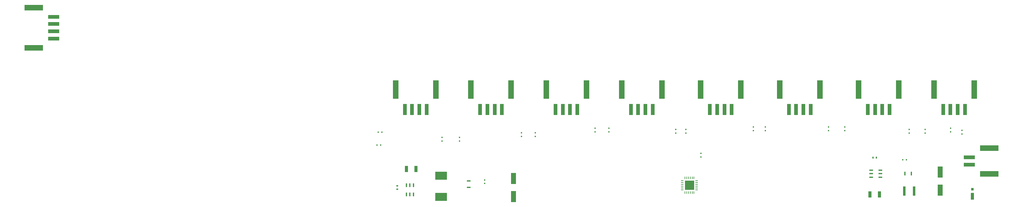
<source format=gbr>
G04 DesignSpark PCB Gerber Version 11.0 Build 5877*
G04 #@! TF.Part,Single*
G04 #@! TF.FileFunction,Paste,Top*
G04 #@! TF.FilePolarity,Positive*
%FSLAX35Y35*%
%MOIN*%
G04 #@! TA.AperFunction,SMDPad,CuDef*
%ADD153R,0.00581X0.02550*%
%ADD164R,0.01172X0.01762*%
%ADD168R,0.01270X0.01369*%
%ADD162R,0.01762X0.01841*%
%ADD150R,0.01762X0.04124*%
%ADD152R,0.02550X0.00581*%
%ADD160R,0.01762X0.01172*%
%ADD167R,0.01369X0.01270*%
%ADD157R,0.01841X0.01762*%
%ADD151R,0.04124X0.01762*%
%ADD163R,0.01762X0.04321*%
%ADD165R,0.03140X0.10424*%
%ADD158R,0.03376X0.06565*%
%ADD120R,0.03731X0.07274*%
%ADD155R,0.04124X0.11998*%
%ADD161R,0.05699X0.11998*%
%ADD156R,0.06093X0.20266*%
%ADD121R,0.02550X0.02550*%
%ADD154R,0.10424X0.10424*%
%ADD159R,0.04321X0.01762*%
%ADD129R,0.11998X0.04124*%
%ADD130R,0.20266X0.06093*%
%ADD166R,0.12900X0.08900*%
G04 #@! TD.AperFunction*
X0Y0D02*
D02*
D120*
X1041500Y17100D03*
D02*
D121*
Y24581D03*
D02*
D129*
X42937Y188439D03*
Y196313D03*
Y204187D03*
Y212061D03*
X1038213Y51313D03*
Y59187D03*
D02*
D130*
X21362Y178400D03*
Y222100D03*
X1059787Y41274D03*
Y69226D03*
D02*
D150*
X426510Y19079D03*
Y28921D03*
X430250Y19079D03*
Y28921D03*
X433990Y19079D03*
Y28921D03*
D02*
D151*
X931579Y37760D03*
Y41500D03*
Y45240D03*
X941421Y37760D03*
Y41500D03*
Y45240D03*
D02*
D152*
X726126Y24079D03*
Y26047D03*
Y28016D03*
Y29984D03*
Y31953D03*
Y33921D03*
X741874Y24079D03*
Y26047D03*
Y28016D03*
Y29984D03*
Y31953D03*
Y33921D03*
D02*
D153*
X729079Y21126D03*
Y36874D03*
X731047Y21126D03*
Y36874D03*
X733016Y21126D03*
Y36874D03*
X734984Y21126D03*
Y36874D03*
X736953Y21126D03*
Y36874D03*
X738921Y21126D03*
Y36874D03*
D02*
D154*
X734000Y29000D03*
D02*
D155*
X424689Y111313D03*
X432563D03*
X440437D03*
X448311D03*
X506579D03*
X514453D03*
X522327D03*
X530201D03*
X588469D03*
X596343D03*
X604217D03*
X612091D03*
X670358D03*
X678232D03*
X686106D03*
X693980D03*
X756185D03*
X764059D03*
X771933D03*
X779807D03*
X842012D03*
X849886D03*
X857760D03*
X865634D03*
X927839D03*
X935713D03*
X943587D03*
X951461D03*
X1009689D03*
X1017563D03*
X1025437D03*
X1033311D03*
D02*
D156*
X414650Y132888D03*
X458350D03*
X496539D03*
X540240D03*
X578429D03*
X622130D03*
X660319D03*
X704020D03*
X746146D03*
X789846D03*
X831972D03*
X875673D03*
X917799D03*
X961500D03*
X999650D03*
X1043350D03*
D02*
D157*
X416500Y24689D03*
Y28311D03*
D02*
D158*
X426303Y46500D03*
X436697D03*
X930053Y19000D03*
X940447D03*
D02*
D159*
X494000Y26707D03*
Y33793D03*
D02*
D160*
X511500Y30880D03*
Y34620D03*
D02*
D161*
X542750Y16657D03*
Y36343D03*
X1006500Y23734D03*
Y43419D03*
D02*
D162*
X933439Y59000D03*
X937061D03*
D02*
D163*
X967957Y41500D03*
X975043D03*
D02*
D164*
X965880Y56500D03*
X969620D03*
D02*
D165*
X967337Y22750D03*
X978163D03*
D02*
D166*
X464000Y16250D03*
Y39250D03*
D02*
D167*
X465250Y76984D03*
Y81016D03*
X484000Y76984D03*
Y81016D03*
X551500Y81984D03*
Y86016D03*
X566500Y81984D03*
Y86016D03*
X631500Y86984D03*
Y91016D03*
X646500Y86984D03*
Y91016D03*
X719000Y85734D03*
Y89766D03*
X730250Y85734D03*
Y89766D03*
X746500Y59484D03*
Y63516D03*
X803567Y88234D03*
Y92266D03*
X816500Y88234D03*
Y92266D03*
X885250Y88234D03*
Y92266D03*
X902750Y88234D03*
Y92266D03*
X972750Y85734D03*
Y89766D03*
X990250Y85734D03*
Y89766D03*
X1017750Y86984D03*
Y91016D03*
X1030250Y84484D03*
Y88516D03*
D02*
D168*
X394484Y72750D03*
X395734Y86500D03*
X398516Y72750D03*
X399766Y86500D03*
X0Y0D02*
M02*

</source>
